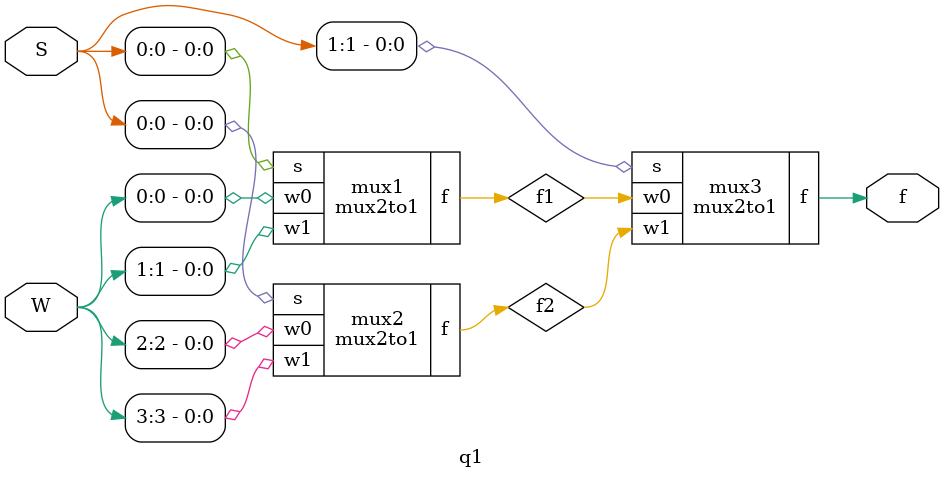
<source format=v>
module mux2to1(w0,w1,s,f);
	input w0,w1,s;
	output reg f;
	always @ (w0,w1,s)
	if(s==1'b0)
		f=w0;
	else if(s==1'b1)
		f=w1;
endmodule
module q1(W,S,f);
	input [0:3]W;
	input [1:0]S;
	output f;
	wire f1,f2;
	mux2to1 mux1(W[0],W[1],S[0],f1);
	mux2to1 mux2(W[2],W[3],S[0],f2);
	mux2to1 mux3(f1,f2,S[1],f);
endmodule

</source>
